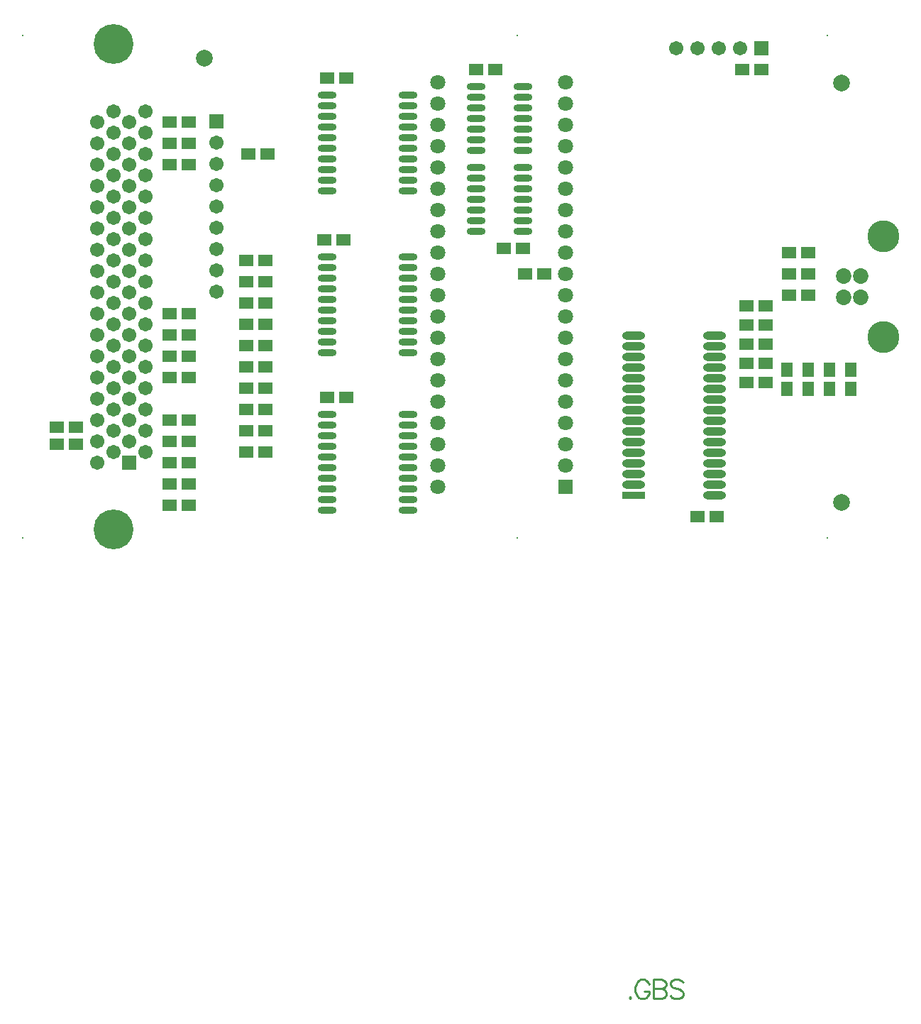
<source format=gbs>
%FSLAX44Y44*%
%MOMM*%
G71*
G01*
G75*
%ADD10C,0.2000*%
%ADD11C,1.0000*%
%ADD12R,1.9050X0.4064*%
%ADD13R,0.4064X1.9050*%
%ADD14O,0.6000X2.2000*%
%ADD15R,0.9144X0.9144*%
%ADD16R,1.2700X0.9144*%
%ADD17R,1.5240X1.5240*%
%ADD18R,1.2700X1.5240*%
%ADD19R,1.5240X1.2700*%
%ADD20R,1.5000X0.4000*%
%ADD21R,0.9144X1.2700*%
%ADD22O,0.6000X2.2000*%
%ADD23O,2.0320X0.6096*%
%ADD24C,0.3000*%
%ADD25C,0.5000*%
%ADD26C,0.6000*%
%ADD27C,0.8000*%
%ADD28C,0.2540*%
%ADD29C,0.2286*%
%ADD30C,4.5500*%
%ADD31C,1.5000*%
%ADD32R,1.5000X1.5000*%
%ADD33C,1.6510*%
%ADD34C,3.6000*%
%ADD35C,1.6000*%
%ADD36R,1.6000X1.6000*%
%ADD37C,0.8000*%
%ADD38O,2.5400X0.7500*%
%ADD39R,2.5400X0.7500*%
%ADD40C,0.7000*%
%ADD41C,0.2500*%
%ADD42C,0.3048*%
%ADD43C,0.1500*%
%ADD44C,2.0000*%
%ADD45R,2.1082X0.6096*%
%ADD46R,0.6096X2.1082*%
%ADD47O,0.8032X2.4032*%
%ADD48R,1.1176X1.1176*%
%ADD49R,1.4732X1.1176*%
%ADD50R,1.7272X1.7272*%
%ADD51R,1.4732X1.7272*%
%ADD52R,1.7272X1.4732*%
%ADD53R,1.7032X0.6032*%
%ADD54R,1.1176X1.4732*%
%ADD55O,0.8032X2.4032*%
%ADD56O,2.2352X0.8128*%
%ADD57C,4.7532*%
%ADD58C,1.7032*%
%ADD59R,1.7032X1.7032*%
%ADD60C,1.8542*%
%ADD61C,3.8032*%
%ADD62C,1.8032*%
%ADD63C,0.2032*%
%ADD64R,1.8032X1.8032*%
%ADD65O,2.7432X0.9532*%
%ADD66R,2.7432X0.9532*%
D29*
X2872684Y1389144D02*
X2871596Y1388055D01*
X2872684Y1386967D01*
X2873772Y1388055D01*
X2872684Y1389144D01*
X2895104Y1404380D02*
X2894016Y1406557D01*
X2891839Y1408734D01*
X2889662Y1409822D01*
X2885309D01*
X2883132Y1408734D01*
X2880956Y1406557D01*
X2879867Y1404380D01*
X2878779Y1401115D01*
Y1395674D01*
X2879867Y1392409D01*
X2880956Y1390232D01*
X2883132Y1388055D01*
X2885309Y1386967D01*
X2889662D01*
X2891839Y1388055D01*
X2894016Y1390232D01*
X2895104Y1392409D01*
Y1395674D01*
X2889662D02*
X2895104D01*
X2900328Y1409822D02*
Y1386967D01*
Y1409822D02*
X2910123D01*
X2913388Y1408734D01*
X2914476Y1407645D01*
X2915565Y1405469D01*
Y1403292D01*
X2914476Y1401115D01*
X2913388Y1400027D01*
X2910123Y1398939D01*
X2900328D02*
X2910123D01*
X2913388Y1397850D01*
X2914476Y1396762D01*
X2915565Y1394585D01*
Y1391320D01*
X2914476Y1389144D01*
X2913388Y1388055D01*
X2910123Y1386967D01*
X2900328D01*
X2935916Y1406557D02*
X2933740Y1408734D01*
X2930475Y1409822D01*
X2926122D01*
X2922856Y1408734D01*
X2920680Y1406557D01*
Y1404380D01*
X2921768Y1402204D01*
X2922856Y1401115D01*
X2925033Y1400027D01*
X2931563Y1397850D01*
X2933740Y1396762D01*
X2934828Y1395674D01*
X2935916Y1393497D01*
Y1390232D01*
X2933740Y1388055D01*
X2930475Y1386967D01*
X2926122D01*
X2922856Y1388055D01*
X2920680Y1390232D01*
D44*
X2364916Y2509317D02*
D03*
X3124916Y1979317D02*
D03*
Y2479317D02*
D03*
D51*
X3135756Y2137537D02*
D03*
Y2114677D02*
D03*
X3059556Y2137537D02*
D03*
Y2114677D02*
D03*
X3084956D02*
D03*
Y2137537D02*
D03*
X3110356Y2114677D02*
D03*
Y2137537D02*
D03*
D52*
X3034156Y2213737D02*
D03*
X3011295D02*
D03*
Y2145157D02*
D03*
X3034156D02*
D03*
Y2168017D02*
D03*
X3011295D02*
D03*
X3034156Y2190877D02*
D03*
X3011295D02*
D03*
X2975736Y1962277D02*
D03*
X2952876D02*
D03*
X3011296Y2122297D02*
D03*
X3034156D02*
D03*
X2510916Y2485517D02*
D03*
X2533776D02*
D03*
X2530744Y2292477D02*
D03*
X2507884D02*
D03*
X2510916Y2104517D02*
D03*
X2533776D02*
D03*
X2688716Y2495677D02*
D03*
X2711576D02*
D03*
X2744596Y2282317D02*
D03*
X2721736D02*
D03*
X2769996Y2251837D02*
D03*
X2747136D02*
D03*
X3029076Y2495677D02*
D03*
X3006216D02*
D03*
X3062096Y2277237D02*
D03*
X3084956D02*
D03*
Y2251837D02*
D03*
X3062096D02*
D03*
X3084956Y2226437D02*
D03*
X3062096D02*
D03*
X2211196Y2048637D02*
D03*
X2188336D02*
D03*
X2211196Y2068957D02*
D03*
X2188336D02*
D03*
X2345816Y2433193D02*
D03*
X2322956D02*
D03*
X2345816Y2407793D02*
D03*
X2322956D02*
D03*
X2345816Y2382393D02*
D03*
X2322956D02*
D03*
X2437256Y2268093D02*
D03*
X2414396D02*
D03*
X2437256Y2242693D02*
D03*
X2414396D02*
D03*
X2437256Y2217293D02*
D03*
X2414396D02*
D03*
X2437256Y2191893D02*
D03*
X2414396D02*
D03*
X2437256Y2166493D02*
D03*
X2414396D02*
D03*
X2437256Y2141093D02*
D03*
X2414396D02*
D03*
X2437256Y2115693D02*
D03*
X2414396D02*
D03*
X2345816Y2077593D02*
D03*
X2322956D02*
D03*
X2345816Y2052193D02*
D03*
X2322956D02*
D03*
X2345816Y2026793D02*
D03*
X2322956D02*
D03*
X2345816Y2204593D02*
D03*
X2322956D02*
D03*
X2345816Y2179193D02*
D03*
X2322956D02*
D03*
X2345816Y2153793D02*
D03*
X2322956D02*
D03*
X2345816Y2128393D02*
D03*
X2322956D02*
D03*
X2437256Y2090293D02*
D03*
X2414396D02*
D03*
X2437256Y2064893D02*
D03*
X2414396D02*
D03*
X2437256Y2039493D02*
D03*
X2414396D02*
D03*
X2322956Y2001393D02*
D03*
X2345816D02*
D03*
Y1975993D02*
D03*
X2322956D02*
D03*
X2439796Y2395067D02*
D03*
X2416936D02*
D03*
D56*
X2607436Y2007997D02*
D03*
Y2058797D02*
D03*
Y1982597D02*
D03*
Y2033397D02*
D03*
X2510916Y2007997D02*
D03*
Y2058797D02*
D03*
Y1982597D02*
D03*
Y2033397D02*
D03*
X2607436Y2071497D02*
D03*
Y2046097D02*
D03*
Y2020697D02*
D03*
Y1995297D02*
D03*
X2510916Y1969897D02*
D03*
Y1995297D02*
D03*
Y2020697D02*
D03*
Y2046097D02*
D03*
X2607436Y2084197D02*
D03*
Y1969897D02*
D03*
X2510916Y2071497D02*
D03*
Y2084197D02*
D03*
X2688716Y2366137D02*
D03*
X2744596Y2378837D02*
D03*
Y2340737D02*
D03*
Y2328037D02*
D03*
Y2366137D02*
D03*
X2688716Y2353437D02*
D03*
X2744596D02*
D03*
X2688716Y2340737D02*
D03*
X2744596Y2315337D02*
D03*
X2688716D02*
D03*
Y2328037D02*
D03*
Y2302637D02*
D03*
X2510916Y2465197D02*
D03*
Y2452497D02*
D03*
Y2427097D02*
D03*
Y2401697D02*
D03*
Y2388997D02*
D03*
Y2376297D02*
D03*
Y2363597D02*
D03*
Y2350897D02*
D03*
X2607436D02*
D03*
Y2363597D02*
D03*
Y2376297D02*
D03*
Y2388997D02*
D03*
Y2401697D02*
D03*
Y2414397D02*
D03*
Y2427097D02*
D03*
Y2439797D02*
D03*
Y2452497D02*
D03*
Y2465197D02*
D03*
X2510916Y2272157D02*
D03*
Y2259457D02*
D03*
Y2246757D02*
D03*
Y2221357D02*
D03*
Y2195957D02*
D03*
Y2170557D02*
D03*
X2607436Y2157857D02*
D03*
Y2183257D02*
D03*
Y2208657D02*
D03*
Y2234057D02*
D03*
Y2259457D02*
D03*
Y2272157D02*
D03*
X2688716Y2378837D02*
D03*
X2744596Y2302637D02*
D03*
Y2462657D02*
D03*
Y2449957D02*
D03*
Y2424557D02*
D03*
Y2411857D02*
D03*
Y2399157D02*
D03*
X2688716D02*
D03*
Y2411857D02*
D03*
Y2424557D02*
D03*
Y2437257D02*
D03*
Y2449957D02*
D03*
Y2462657D02*
D03*
Y2475357D02*
D03*
X2510916Y2208657D02*
D03*
X2607436Y2221357D02*
D03*
X2510916Y2183257D02*
D03*
Y2157857D02*
D03*
Y2234057D02*
D03*
X2607436Y2246757D02*
D03*
Y2195957D02*
D03*
Y2170557D02*
D03*
X2744596Y2475357D02*
D03*
Y2437257D02*
D03*
X2510916Y2439797D02*
D03*
Y2414397D02*
D03*
D57*
X2255866Y2525867D02*
D03*
Y1946767D02*
D03*
D58*
Y2445867D02*
D03*
X2236816Y2433167D02*
D03*
X2293966Y2445867D02*
D03*
X2274916Y2433167D02*
D03*
X2255866Y2420467D02*
D03*
X2236816Y2407767D02*
D03*
X2293966Y2420467D02*
D03*
X2274916Y2407767D02*
D03*
X2255866Y2395067D02*
D03*
X2236816Y2382367D02*
D03*
X2293966Y2395067D02*
D03*
X2274916Y2382367D02*
D03*
X2255866Y2369667D02*
D03*
X2236816Y2356967D02*
D03*
X2293966Y2369667D02*
D03*
X2274916Y2356967D02*
D03*
X2255866Y2344267D02*
D03*
X2236816Y2331567D02*
D03*
X2293966Y2344267D02*
D03*
X2274916Y2331567D02*
D03*
X2255866Y2318867D02*
D03*
X2236816Y2306167D02*
D03*
X2293966Y2318867D02*
D03*
X2274916Y2306167D02*
D03*
X2255866Y2293467D02*
D03*
X2236816Y2280767D02*
D03*
X2293966Y2293467D02*
D03*
X2274916Y2280767D02*
D03*
X2255866Y2268067D02*
D03*
X2236816Y2255367D02*
D03*
X2293966Y2268067D02*
D03*
X2274916Y2255367D02*
D03*
X2255866Y2242667D02*
D03*
X2236816Y2229967D02*
D03*
X2293966Y2242667D02*
D03*
X2274916Y2229967D02*
D03*
X2255866Y2217267D02*
D03*
X2236816Y2204567D02*
D03*
X2293966Y2217267D02*
D03*
X2274916Y2204567D02*
D03*
X2255866Y2191867D02*
D03*
X2236816Y2179167D02*
D03*
X2293966Y2191867D02*
D03*
X2274916Y2179167D02*
D03*
X2255866Y2166467D02*
D03*
X2236816Y2153767D02*
D03*
X2293966Y2166467D02*
D03*
X2274916Y2153767D02*
D03*
X2255866Y2141067D02*
D03*
X2236816Y2128367D02*
D03*
X2293966Y2141067D02*
D03*
X2274916Y2128367D02*
D03*
X2255866Y2115667D02*
D03*
X2236816Y2102967D02*
D03*
X2293966Y2115667D02*
D03*
X2274916Y2102967D02*
D03*
X2255866Y2090267D02*
D03*
X2236816Y2077567D02*
D03*
X2293966Y2090267D02*
D03*
X2274916Y2077567D02*
D03*
X2255866Y2064867D02*
D03*
X2236816Y2052167D02*
D03*
X2293966Y2064867D02*
D03*
X2274916Y2052167D02*
D03*
X2255866Y2039467D02*
D03*
X2236816Y2026767D02*
D03*
X2293966Y2039467D02*
D03*
X2952876Y2521077D02*
D03*
X2978276D02*
D03*
X3003676D02*
D03*
X2927476D02*
D03*
X2378836Y2255517D02*
D03*
Y2230117D02*
D03*
Y2280917D02*
D03*
Y2331717D02*
D03*
Y2407917D02*
D03*
Y2382517D02*
D03*
Y2357117D02*
D03*
Y2306317D02*
D03*
D59*
X2274916Y2026767D02*
D03*
X3029076Y2521077D02*
D03*
X2378836Y2433317D02*
D03*
D60*
X3147416Y2248817D02*
D03*
Y2223817D02*
D03*
X3127416Y2248817D02*
D03*
Y2223817D02*
D03*
D61*
X3174516Y2296517D02*
D03*
Y2176117D02*
D03*
D62*
X2642996Y2353437D02*
D03*
Y1997837D02*
D03*
Y2023237D02*
D03*
Y2048637D02*
D03*
Y2074037D02*
D03*
Y2099437D02*
D03*
Y2124837D02*
D03*
Y2150237D02*
D03*
Y2175637D02*
D03*
Y2201037D02*
D03*
Y2226437D02*
D03*
Y2251837D02*
D03*
Y2277237D02*
D03*
Y2302637D02*
D03*
Y2328037D02*
D03*
Y2378837D02*
D03*
Y2404237D02*
D03*
Y2429637D02*
D03*
Y2455037D02*
D03*
Y2480437D02*
D03*
X2795396D02*
D03*
Y2455037D02*
D03*
Y2429637D02*
D03*
Y2404237D02*
D03*
Y2378837D02*
D03*
Y2353437D02*
D03*
Y2328037D02*
D03*
Y2302637D02*
D03*
Y2277237D02*
D03*
Y2251837D02*
D03*
Y2226437D02*
D03*
Y2201037D02*
D03*
Y2175637D02*
D03*
Y2150237D02*
D03*
Y2124837D02*
D03*
Y2099437D02*
D03*
Y2074037D02*
D03*
Y2048637D02*
D03*
Y2023237D02*
D03*
D63*
X2147916Y1936317D02*
D03*
Y2536317D02*
D03*
X3107916D02*
D03*
X2737916D02*
D03*
X3107916Y1936317D02*
D03*
X2737916D02*
D03*
D64*
X2795396Y1997837D02*
D03*
D65*
X2877196Y2178177D02*
D03*
Y2000377D02*
D03*
Y2038477D02*
D03*
Y2051177D02*
D03*
Y2063877D02*
D03*
Y2076577D02*
D03*
Y2089277D02*
D03*
Y2101977D02*
D03*
Y2114677D02*
D03*
Y2127377D02*
D03*
X2973196Y1987677D02*
D03*
Y2013077D02*
D03*
Y2025777D02*
D03*
Y2089277D02*
D03*
Y2114677D02*
D03*
X2877196Y2152777D02*
D03*
Y2165477D02*
D03*
X2973196Y2178177D02*
D03*
Y2165477D02*
D03*
Y2152777D02*
D03*
Y2140077D02*
D03*
Y2127377D02*
D03*
X2877196Y2140077D02*
D03*
X2973196Y2101977D02*
D03*
Y2076577D02*
D03*
Y2063877D02*
D03*
Y2051177D02*
D03*
Y2038477D02*
D03*
Y2000377D02*
D03*
X2877196Y2013077D02*
D03*
Y2025777D02*
D03*
D66*
Y1987677D02*
D03*
M02*

</source>
